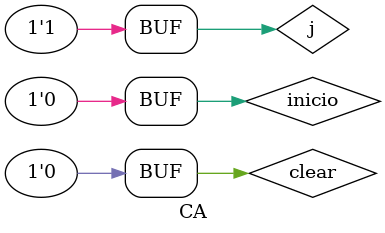
<source format=v>




module jkff ( output q, output qnot, input j, input k, input clk , input clear);
reg q, qnot;
always @( posedge clk )
	begin
	if (  clear == 1 )
		begin
		q <= 0; qnot <= 0;
				end
		else
			if ( j & ~k )
				begin
				q <= 1; qnot <= 0;
				end
			else
				if ( ~j & k )
					begin
					q <= 0; qnot <= 1;
					end
				else
					if ( j & k )
						begin
						q <= ~q; qnot <= ~qnot;
						end
				
end
endmodule // jkff

module CA;
reg j;
reg inicio;
reg clear;
wire q1A; wire q2A;
wire q1B; wire q2B;
wire q1C; wire q2C;
wire q1D; wire q2D;
wire q1E; wire q2E;

jkff E (q1E, q2E, j, j, inicio, clear);
jkff D (q1D, q2D, j, j, q1E, clear);
jkff C (q1C, q2C, j, j, q1D, clear);
jkff B (q1B, q2B, j, j, q1C, clear);
jkff A (q1A, q2A, j, j, q1B, clear);


initial begin
	j = 1;
	clear = 1;
	inicio =0;

end


initial begin
	$display("Ailton Gomes - 440092");
	$display("Contador assincrono decrescente");
	$monitor("%b %b %b %b %b", q2A,q2B,q2C,q2D,q2E);
//	$monitor("%b %b %b %b %b", q1A,q1B,q1C,q1D,q1E);
#1
   clear = 0;
#1
   inicio=1; 
#1
	inicio=0;
#1
   inicio=1;
#1	
   inicio=0;	
#1	
   inicio=1;
#1	
	inicio=0;

end

endmodule // AC
</source>
